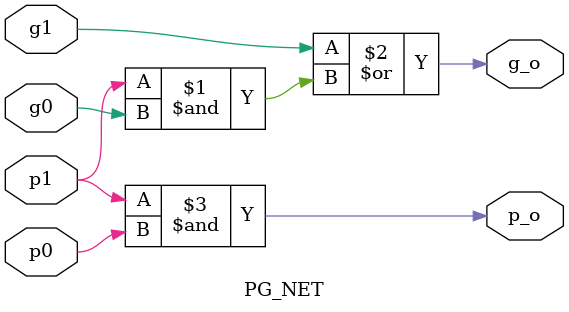
<source format=sv>
module PG_NET(
	input p0,
	input g0,
	input p1,
	input g1,
	output p_o,
	output g_o
);

assign g_o = g1 | (p1 & g0);
assign p_o = p1 & p0;
endmodule

</source>
